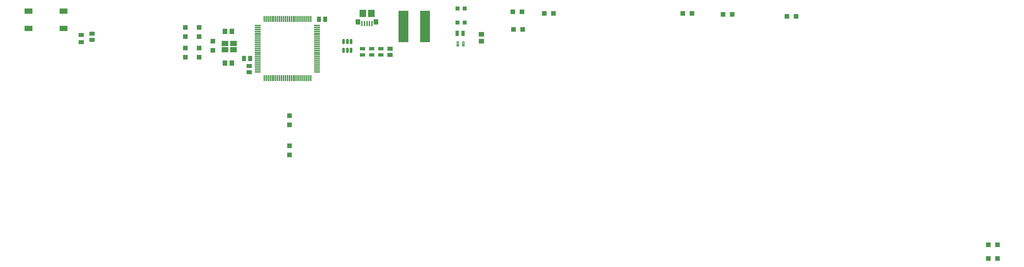
<source format=gbr>
%TF.GenerationSoftware,KiCad,Pcbnew,(6.0.7)*%
%TF.CreationDate,2022-10-19T12:52:43-04:00*%
%TF.ProjectId,main-keyboard-pcb,6d61696e-2d6b-4657-9962-6f6172642d70,1.0*%
%TF.SameCoordinates,Original*%
%TF.FileFunction,Paste,Top*%
%TF.FilePolarity,Positive*%
%FSLAX46Y46*%
G04 Gerber Fmt 4.6, Leading zero omitted, Abs format (unit mm)*
G04 Created by KiCad (PCBNEW (6.0.7)) date 2022-10-19 12:52:43*
%MOMM*%
%LPD*%
G01*
G04 APERTURE LIST*
G04 Aperture macros list*
%AMRoundRect*
0 Rectangle with rounded corners*
0 $1 Rounding radius*
0 $2 $3 $4 $5 $6 $7 $8 $9 X,Y pos of 4 corners*
0 Add a 4 corners polygon primitive as box body*
4,1,4,$2,$3,$4,$5,$6,$7,$8,$9,$2,$3,0*
0 Add four circle primitives for the rounded corners*
1,1,$1+$1,$2,$3*
1,1,$1+$1,$4,$5*
1,1,$1+$1,$6,$7*
1,1,$1+$1,$8,$9*
0 Add four rect primitives between the rounded corners*
20,1,$1+$1,$2,$3,$4,$5,0*
20,1,$1+$1,$4,$5,$6,$7,0*
20,1,$1+$1,$6,$7,$8,$9,0*
20,1,$1+$1,$8,$9,$2,$3,0*%
G04 Aperture macros list end*
%ADD10R,1.450000X1.150000*%
%ADD11R,1.150000X1.450000*%
%ADD12R,1.150000X1.150000*%
%ADD13R,0.670000X0.300000*%
%ADD14R,1.050000X1.050000*%
%ADD15R,2.600000X8.199999*%
%ADD16R,1.470000X0.970000*%
%ADD17R,1.020000X1.470000*%
%ADD18R,0.960000X1.390000*%
%ADD19R,0.400000X1.400000*%
%ADD20R,1.750000X1.900000*%
%ADD21R,1.470000X1.020000*%
%ADD22RoundRect,0.075000X-0.725000X-0.075000X0.725000X-0.075000X0.725000X0.075000X-0.725000X0.075000X0*%
%ADD23RoundRect,0.075000X-0.075000X-0.725000X0.075000X-0.725000X0.075000X0.725000X-0.075000X0.725000X0*%
%ADD24R,1.400000X1.000000*%
%ADD25R,1.750000X1.350000*%
%ADD26RoundRect,0.150000X0.150000X-0.512500X0.150000X0.512500X-0.150000X0.512500X-0.150000X-0.512500X0*%
%ADD27R,2.100000X1.400000*%
G04 APERTURE END LIST*
D10*
%TO.C,Cboot1*%
X241880000Y-90796000D03*
X241880000Y-88996000D03*
%TD*%
D11*
%TO.C,C15*%
X177400000Y-88250000D03*
X175600000Y-88250000D03*
%TD*%
D12*
%TO.C,R4*%
X172466000Y-93123000D03*
X172466000Y-90773000D03*
%TD*%
D13*
%TO.C,IC1*%
X235802500Y-91006000D03*
X235802500Y-91506000D03*
X235802500Y-92006000D03*
X237282500Y-92006000D03*
X237282500Y-91506000D03*
X237282500Y-91006000D03*
%TD*%
D12*
%TO.C,R6*%
X168910000Y-94901000D03*
X168910000Y-92551000D03*
%TD*%
D14*
%TO.C,Cin_2*%
X235727500Y-82276000D03*
X237577500Y-82276000D03*
%TD*%
D15*
%TO.C,L1*%
X227350000Y-86995999D03*
X221750000Y-86995999D03*
%TD*%
D11*
%TO.C,C13*%
X177400000Y-96450000D03*
X175600000Y-96450000D03*
%TD*%
D16*
%TO.C,Cout_1*%
X215900000Y-92716000D03*
X215900000Y-94376000D03*
%TD*%
D17*
%TO.C,C7*%
X182156000Y-95250000D03*
X180556000Y-95250000D03*
%TD*%
D12*
%TO.C,R8*%
X375317000Y-143510000D03*
X372967000Y-143510000D03*
%TD*%
D18*
%TO.C,Cinx1*%
X235610000Y-88746000D03*
X237190000Y-88746000D03*
%TD*%
D12*
%TO.C,R29*%
X320897000Y-84328000D03*
X323247000Y-84328000D03*
%TD*%
%TO.C,R22*%
X192278000Y-117856000D03*
X192278000Y-120206000D03*
%TD*%
%TO.C,R9*%
X375317000Y-147066000D03*
X372967000Y-147066000D03*
%TD*%
%TO.C,R28*%
X304387000Y-83820000D03*
X306737000Y-83820000D03*
%TD*%
%TO.C,R5*%
X165354000Y-94901000D03*
X165354000Y-92551000D03*
%TD*%
%TO.C,Rfbb1*%
X250237500Y-87746000D03*
X252587500Y-87746000D03*
%TD*%
%TO.C,R27*%
X293973000Y-83566000D03*
X296323000Y-83566000D03*
%TD*%
D19*
%TO.C,J3*%
X213644000Y-86216000D03*
X212994000Y-86216000D03*
X212344000Y-86216000D03*
X211694000Y-86216000D03*
X211044000Y-86216000D03*
D20*
X213469000Y-83566000D03*
X211219000Y-83566000D03*
D11*
X214664000Y-85796000D03*
X210024000Y-85796000D03*
%TD*%
D12*
%TO.C,Rfbt1*%
X252412500Y-83156000D03*
X250062500Y-83156000D03*
%TD*%
D14*
%TO.C,Cin_1*%
X235730000Y-85986000D03*
X237580000Y-85986000D03*
%TD*%
D21*
%TO.C,Coutx1*%
X218280000Y-92746000D03*
X218280000Y-94346000D03*
%TD*%
D12*
%TO.C,R2*%
X165354000Y-87217000D03*
X165354000Y-89567000D03*
%TD*%
D22*
%TO.C,U2*%
X184095000Y-86710000D03*
X184095000Y-87210000D03*
X184095000Y-87710000D03*
X184095000Y-88210000D03*
X184095000Y-88710000D03*
X184095000Y-89210000D03*
X184095000Y-89710000D03*
X184095000Y-90210000D03*
X184095000Y-90710000D03*
X184095000Y-91210000D03*
X184095000Y-91710000D03*
X184095000Y-92210000D03*
X184095000Y-92710000D03*
X184095000Y-93210000D03*
X184095000Y-93710000D03*
X184095000Y-94210000D03*
X184095000Y-94710000D03*
X184095000Y-95210000D03*
X184095000Y-95710000D03*
X184095000Y-96210000D03*
X184095000Y-96710000D03*
X184095000Y-97210000D03*
X184095000Y-97710000D03*
X184095000Y-98210000D03*
X184095000Y-98710000D03*
D23*
X185770000Y-100385000D03*
X186270000Y-100385000D03*
X186770000Y-100385000D03*
X187270000Y-100385000D03*
X187770000Y-100385000D03*
X188270000Y-100385000D03*
X188770000Y-100385000D03*
X189270000Y-100385000D03*
X189770000Y-100385000D03*
X190270000Y-100385000D03*
X190770000Y-100385000D03*
X191270000Y-100385000D03*
X191770000Y-100385000D03*
X192270000Y-100385000D03*
X192770000Y-100385000D03*
X193270000Y-100385000D03*
X193770000Y-100385000D03*
X194270000Y-100385000D03*
X194770000Y-100385000D03*
X195270000Y-100385000D03*
X195770000Y-100385000D03*
X196270000Y-100385000D03*
X196770000Y-100385000D03*
X197270000Y-100385000D03*
X197770000Y-100385000D03*
D22*
X199445000Y-98710000D03*
X199445000Y-98210000D03*
X199445000Y-97710000D03*
X199445000Y-97210000D03*
X199445000Y-96710000D03*
X199445000Y-96210000D03*
X199445000Y-95710000D03*
X199445000Y-95210000D03*
X199445000Y-94710000D03*
X199445000Y-94210000D03*
X199445000Y-93710000D03*
X199445000Y-93210000D03*
X199445000Y-92710000D03*
X199445000Y-92210000D03*
X199445000Y-91710000D03*
X199445000Y-91210000D03*
X199445000Y-90710000D03*
X199445000Y-90210000D03*
X199445000Y-89710000D03*
X199445000Y-89210000D03*
X199445000Y-88710000D03*
X199445000Y-88210000D03*
X199445000Y-87710000D03*
X199445000Y-87210000D03*
X199445000Y-86710000D03*
D23*
X197770000Y-85035000D03*
X197270000Y-85035000D03*
X196770000Y-85035000D03*
X196270000Y-85035000D03*
X195770000Y-85035000D03*
X195270000Y-85035000D03*
X194770000Y-85035000D03*
X194270000Y-85035000D03*
X193770000Y-85035000D03*
X193270000Y-85035000D03*
X192770000Y-85035000D03*
X192270000Y-85035000D03*
X191770000Y-85035000D03*
X191270000Y-85035000D03*
X190770000Y-85035000D03*
X190270000Y-85035000D03*
X189770000Y-85035000D03*
X189270000Y-85035000D03*
X188770000Y-85035000D03*
X188270000Y-85035000D03*
X187770000Y-85035000D03*
X187270000Y-85035000D03*
X186770000Y-85035000D03*
X186270000Y-85035000D03*
X185770000Y-85035000D03*
%TD*%
D24*
%TO.C,R3*%
X138430000Y-89154000D03*
X138430000Y-91054000D03*
%TD*%
D25*
%TO.C,Y1*%
X175575000Y-93000000D03*
X177825000Y-93000000D03*
X177825000Y-91350000D03*
X175575000Y-91350000D03*
%TD*%
D26*
%TO.C,U1*%
X206300000Y-93137500D03*
X207250000Y-93137500D03*
X208200000Y-93137500D03*
X208200000Y-90862500D03*
X207250000Y-90862500D03*
X206300000Y-90862500D03*
%TD*%
D27*
%TO.C,SW68*%
X133902000Y-87465000D03*
X124802000Y-87465000D03*
X133902000Y-82965000D03*
X124802000Y-82965000D03*
%TD*%
D21*
%TO.C,C17*%
X181864000Y-97244000D03*
X181864000Y-98844000D03*
%TD*%
D17*
%TO.C,C12*%
X199898000Y-85090000D03*
X201498000Y-85090000D03*
%TD*%
D16*
%TO.C,Cout_2*%
X213540000Y-92706000D03*
X213540000Y-94366000D03*
%TD*%
D12*
%TO.C,R25*%
X258159000Y-83566000D03*
X260509000Y-83566000D03*
%TD*%
%TO.C,R7*%
X168910000Y-87217000D03*
X168910000Y-89567000D03*
%TD*%
D21*
%TO.C,C3*%
X141224000Y-88862000D03*
X141224000Y-90462000D03*
%TD*%
D16*
%TO.C,Cout_3*%
X211150000Y-92696000D03*
X211150000Y-94356000D03*
%TD*%
D12*
%TO.C,R21*%
X192278000Y-110077000D03*
X192278000Y-112427000D03*
%TD*%
M02*

</source>
